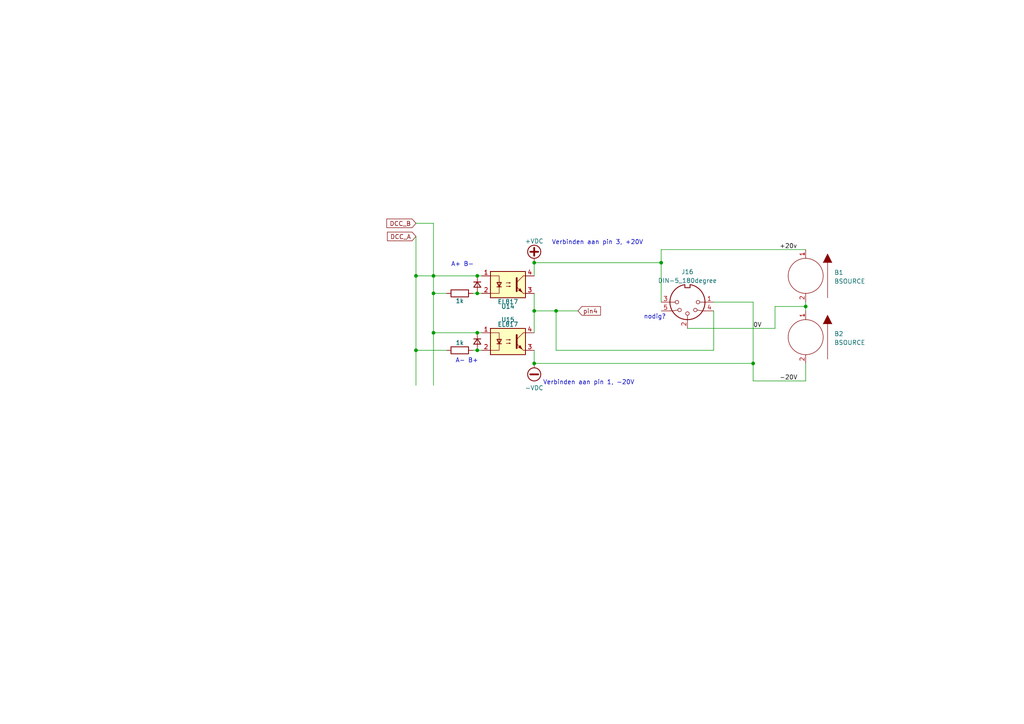
<source format=kicad_sch>
(kicad_sch (version 20230121) (generator eeschema)
  (paper "A4")
  (lib_symbols
    (symbol "Connector:DIN-5_180degree" (pin_names (offset 1.016))
      (property "Reference" "J" (at 3.175 5.715 0))
      (property "Value" "DIN-5_180degree" (at 0 -6.35 0))
      (symbol "DIN-5_180degree_0_1"
        (arc (start -5.08 0) (mid -3.8609 -3.3364) (end -0.762 -5.08) (stroke (width 0.254)))
        (circle (center -3.048 0) (radius 0.508))
        (circle (center -2.286 2.286) (radius 0.508))
        (polyline (pts (xy -5.08 0) (xy -3.556 0)))
        (polyline (pts (xy 0 5.08) (xy 0 3.81)))
        (polyline (pts (xy 5.08 0) (xy 3.556 0)))
        (polyline (pts (xy -5.08 2.54) (xy -4.318 2.54) (xy -2.794 2.286)))
        (polyline (pts (xy 5.08 2.54) (xy 4.318 2.54) (xy 2.794 2.286)))
        (polyline (pts (xy -0.762 -4.953) (xy -0.762 -4.191) (xy 0.762 -4.191) (xy 0.762 -4.953)) (stroke (width 0.254)))
        (circle (center 0 3.302) (radius 0.508))
        (arc (start 0.762 -5.08) (mid 3.8685 -3.343) (end 5.08 0) (stroke (width 0.254)))
        (circle (center 2.286 2.286) (radius 0.508))
        (circle (center 3.048 0) (radius 0.508))
        (arc (start 5.08 0) (mid 0 5.0579) (end -5.08 0) (stroke (width 0.254)))
      )
      (symbol "DIN-5_180degree_1_1"
        (pin passive line (at -7.62 0 0) (length 2.54) (name "~") (number "1"))
        (pin passive line (at 0 7.62 270) (length 2.54) (name "~") (number "2"))
        (pin passive line (at 7.62 0 180) (length 2.54) (name "~") (number "3"))
        (pin passive line (at -7.62 2.54 0) (length 2.54) (name "~") (number "4"))
        (pin passive line (at 7.62 2.54 180) (length 2.54) (name "~") (number "5"))
      )
    )
    (symbol "Device:D_Small" (pin_numbers hide) (pin_names (offset 0.254) hide)
      (property "Reference" "D" (at -1.27 2.032 0))
      (property "Value" "D_Small" (at -3.81 -2.032 0))
      (symbol "D_Small_0_1"
        (polyline (pts (xy -0.762 -1.016) (xy -0.762 1.016)) (stroke (width 0.254)))
        (polyline (pts (xy -0.762 0) (xy 0.762 0)))
        (polyline (pts (xy 0.762 -1.016) (xy -0.762 0) (xy 0.762 1.016) (xy 0.762 -1.016)) (stroke (width 0.254)))
      )
      (symbol "D_Small_1_1"
        (pin passive line (at -2.54 0 0) (length 1.778) (name "K") (number "1"))
        (pin passive line (at 2.54 0 180) (length 1.778) (name "A") (number "2"))
      )
    )
    (symbol "Device:R" (pin_numbers hide) (pin_names (offset 0))
      (property "Reference" "R" (at 2.032 0 90))
      (property "Value" "R" (at 0 0 90))
      (symbol "R_0_1"
        (rectangle (start -1.016 -2.54) (end 1.016 2.54) (stroke (width 0.254)))
      )
      (symbol "R_1_1"
        (pin passive line (at 0 3.81 270) (length 1.27) (name "~") (number "1"))
        (pin passive line (at 0 -3.81 90) (length 1.27) (name "~") (number "2"))
      )
    )
    (symbol "Isolator:EL817" (pin_names (offset 1.016))
      (property "Reference" "U" (at -5.08 5.08 0))
      (property "Value" "EL817" (at 0 5.08 0))
      (symbol "EL817_0_1"
        (rectangle (start -5.08 3.81) (end 5.08 -3.81) (stroke (width 0.254)) (fill (type background)))
        (polyline (pts (xy -3.175 -0.635) (xy -1.905 -0.635)) (stroke (width 0.254)))
        (polyline (pts (xy 2.54 0.635) (xy 4.445 2.54)))
        (polyline (pts (xy 4.445 -2.54) (xy 2.54 -0.635)) (fill (type outline)))
        (polyline (pts (xy 4.445 -2.54) (xy 5.08 -2.54)))
        (polyline (pts (xy 4.445 2.54) (xy 5.08 2.54)))
        (polyline (pts (xy -5.08 2.54) (xy -2.54 2.54) (xy -2.54 -0.635)))
        (polyline (pts (xy -2.54 -0.635) (xy -2.54 -2.54) (xy -5.08 -2.54)))
        (polyline (pts (xy 2.54 1.905) (xy 2.54 -1.905) (xy 2.54 -1.905)) (stroke (width 0.508)))
        (polyline (pts (xy -2.54 -0.635) (xy -3.175 0.635) (xy -1.905 0.635) (xy -2.54 -0.635)) (stroke (width 0.254)))
        (polyline (pts (xy -0.508 -0.508) (xy 0.762 -0.508) (xy 0.381 -0.635) (xy 0.381 -0.381) (xy 0.762 -0.508)))
        (polyline (pts (xy -0.508 0.508) (xy 0.762 0.508) (xy 0.381 0.381) (xy 0.381 0.635) (xy 0.762 0.508)))
        (polyline (pts (xy 3.048 -1.651) (xy 3.556 -1.143) (xy 4.064 -2.159) (xy 3.048 -1.651) (xy 3.048 -1.651)) (fill (type outline)))
      )
      (symbol "EL817_1_1"
        (pin passive line (at -7.62 2.54 0) (length 2.54) (name "~") (number "1"))
        (pin passive line (at -7.62 -2.54 0) (length 2.54) (name "~") (number "2"))
        (pin passive line (at 7.62 -2.54 180) (length 2.54) (name "~") (number "3"))
        (pin passive line (at 7.62 2.54 180) (length 2.54) (name "~") (number "4"))
      )
    )
    (symbol "power:+VDC" (power) (pin_names (offset 0))
      (property "Value" "+VDC" (at 0 6.35 0))
      (symbol "+VDC_0_1"
        (polyline (pts (xy -1.143 3.175) (xy 1.143 3.175)) (stroke (width 0.508)))
        (polyline (pts (xy 0 0) (xy 0 1.27)))
        (polyline (pts (xy 0 2.032) (xy 0 4.318)) (stroke (width 0.508)))
        (circle (center 0 3.175) (radius 1.905) (stroke (width 0.254)))
      )
      (symbol "+VDC_1_1"
        (pin power_in line (at 0 0 90) (length 0) hide (name "+VDC") (number "1"))
      )
    )
    (symbol "power:-VDC" (power) (pin_names (offset 0))
      (property "Value" "-VDC" (at 0 6.35 0))
      (symbol "-VDC_0_1"
        (polyline (pts (xy -1.143 3.175) (xy 1.143 3.175)) (stroke (width 0.508)))
        (polyline (pts (xy 0 0) (xy 0 1.27)))
        (circle (center 0 3.175) (radius 1.905) (stroke (width 0.254)))
      )
      (symbol "-VDC_1_1"
        (pin power_in line (at 0 0 90) (length 0) hide (name "-VDC") (number "1"))
      )
    )
    (symbol "pspice:BSOURCE" (pin_names (offset 1.016) hide)
      (property "Reference" "B" (at -6.35 7.62 0))
      (property "Value" "BSOURCE" (at 0 0 0))
      (symbol "BSOURCE_1_1"
        (polyline (pts (xy -6.35 -6.35) (xy -6.35 3.81)) (fill (type outline)))
        (polyline (pts (xy 0.254 6.35) (xy 0.762 6.35)))
        (polyline (pts (xy 0.508 6.604) (xy 0.508 6.096)))
        (polyline (pts (xy -7.62 3.81) (xy -6.35 6.35) (xy -5.08 3.81)) (fill (type outline)))
        (circle (center 0 0) (radius 5.08))
        (pin input line (at 0 7.62 270) (length 2.54) (name "N+") (number "1"))
        (pin input line (at 0 -7.62 90) (length 2.54) (name "N-") (number "2"))
      )
    )
  )
  (junction (at 120.65 101.6))
  (junction (at 154.94 90.17))
  (junction (at 191.77 76.2))
  (junction (at 138.43 96.52))
  (junction (at 120.65 80.01))
  (junction (at 154.94 76.2))
  (junction (at 138.43 80.01))
  (junction (at 125.73 80.01))
  (junction (at 125.73 96.52))
  (junction (at 233.68 88.9))
  (junction (at 138.43 101.6))
  (junction (at 161.29 90.17))
  (junction (at 154.94 105.41))
  (junction (at 125.73 85.09))
  (junction (at 218.44 105.41))
  (junction (at 138.43 85.09))
  (wire (pts (xy 154.94 85.09) (xy 154.94 90.17)))
  (wire (pts (xy 125.73 64.77) (xy 125.73 80.01)))
  (wire (pts (xy 137.16 101.6) (xy 138.43 101.6)))
  (wire (pts (xy 154.94 76.2) (xy 191.77 76.2)))
  (wire (pts (xy 207.01 101.6) (xy 207.01 90.17)))
  (wire (pts (xy 161.29 90.17) (xy 161.29 101.6)))
  (wire (pts (xy 233.68 90.17) (xy 233.68 88.9)))
  (wire (pts (xy 125.73 85.09) (xy 125.73 96.52)))
  (wire (pts (xy 138.43 96.52) (xy 139.7 96.52)))
  (wire (pts (xy 120.65 80.01) (xy 125.73 80.01)))
  (wire (pts (xy 199.39 95.25) (xy 224.79 95.25)))
  (wire (pts (xy 218.44 105.41) (xy 218.44 110.49)))
  (wire (pts (xy 125.73 85.09) (xy 129.54 85.09)))
  (wire (pts (xy 125.73 96.52) (xy 125.73 111.76)))
  (wire (pts (xy 154.94 105.41) (xy 218.44 105.41)))
  (wire (pts (xy 120.65 68.58) (xy 120.65 80.01)))
  (wire (pts (xy 191.77 72.39) (xy 233.68 72.39)))
  (wire (pts (xy 120.65 64.77) (xy 125.73 64.77)))
  (wire (pts (xy 120.65 101.6) (xy 120.65 111.76)))
  (wire (pts (xy 191.77 72.39) (xy 191.77 76.2)))
  (wire (pts (xy 138.43 80.01) (xy 139.7 80.01)))
  (wire (pts (xy 154.94 90.17) (xy 154.94 96.52)))
  (wire (pts (xy 224.79 88.9) (xy 233.68 88.9)))
  (wire (pts (xy 125.73 80.01) (xy 138.43 80.01)))
  (wire (pts (xy 154.94 101.6) (xy 154.94 105.41)))
  (wire (pts (xy 138.43 101.6) (xy 139.7 101.6)))
  (wire (pts (xy 224.79 95.25) (xy 224.79 88.9)))
  (wire (pts (xy 233.68 87.63) (xy 233.68 88.9)))
  (wire (pts (xy 120.65 101.6) (xy 129.54 101.6)))
  (wire (pts (xy 233.68 105.41) (xy 233.68 110.49)))
  (wire (pts (xy 120.65 80.01) (xy 120.65 101.6)))
  (wire (pts (xy 161.29 90.17) (xy 167.64 90.17)))
  (wire (pts (xy 138.43 85.09) (xy 139.7 85.09)))
  (wire (pts (xy 137.16 85.09) (xy 138.43 85.09)))
  (wire (pts (xy 191.77 76.2) (xy 191.77 87.63)))
  (wire (pts (xy 218.44 105.41) (xy 218.44 87.63)))
  (wire (pts (xy 125.73 96.52) (xy 138.43 96.52)))
  (wire (pts (xy 233.68 110.49) (xy 218.44 110.49)))
  (wire (pts (xy 218.44 87.63) (xy 207.01 87.63)))
  (wire (pts (xy 161.29 101.6) (xy 207.01 101.6)))
  (wire (pts (xy 154.94 90.17) (xy 161.29 90.17)))
  (wire (pts (xy 125.73 80.01) (xy 125.73 85.09)))
  (wire (pts (xy 154.94 76.2) (xy 154.94 80.01)))
  (text "nodig?" (at 186.69 92.71 0) (effects (font (size 1.27 1.27)) (justify left bottom)))
  (text "A+ B-" (at 130.81 77.47 0) (effects (font (size 1.27 1.27)) (justify left bottom)))
  (text "Verbinden aan pin 1, -20V" (at 157.48 111.76 0) (effects (font (size 1.27 1.27)) (justify left bottom)))
  (text "Verbinden aan pin 3, +20V" (at 160.02 71.12 0) (effects (font (size 1.27 1.27)) (justify left bottom)))
  (text "A- B+" (at 132.08 105.41 0) (effects (font (size 1.27 1.27)) (justify left bottom)))
  (label "0V" (at 218.44 95.25 0))
  (label "+20v" (at 226.06 72.39 0))
  (label "-20V" (at 226.06 110.49 0))
  (global_label "DCC_A" (shape input) (at 120.65 68.58 180) (property "Intersheetrefs" "${INTERSHEET_REFS}" (effects hide)))
  (global_label "pin4" (shape input) (at 167.64 90.17 0) (property "Intersheetrefs" "${INTERSHEET_REFS}" (effects hide)))
  (global_label "DCC_B" (shape input) (at 120.65 64.77 180) (property "Intersheetrefs" "${INTERSHEET_REFS}" (effects hide)))
  (symbol (lib_id "Device:D_Small") (at 138.43 82.55 90) (mirror x) (unit 1)
    (property "Reference" "D26" (effects hide))
    (property "Value" "D_Small" (effects hide))
  )
  (symbol (lib_id "Connector:DIN-5_180degree") (at 199.39 87.63 180) (unit 1)
    (property "Reference" "J16" (at 199.3899 78.8502 0))
    (property "Value" "DIN-5_180degree" (at 199.3899 81.3871 0))
    (property "Datasheet" "http://www.mouser.com/ds/2/18/40_c091_abd_e-75918.pdf" (effects hide))
  )
  (symbol (lib_id "pspice:BSOURCE") (at 233.68 80.01 0) (mirror y) (unit 1)
    (property "Reference" "B1" (at 241.935 79.0483 0) (effects (justify right)))
    (property "Value" "BSOURCE" (at 241.935 81.5852 0) (effects (justify right)))
    (property "Datasheet" "http://ltwiki.org/?title=B_sources_%28complete_reference%29" (effects hide))
  )
  (symbol (lib_id "Isolator:EL817") (at 147.32 82.55 0) (unit 1)
    (property "Reference" "U14" (at 147.32 88.9 0))
    (property "Value" "EL817" (at 147.32 87.5229 0))
    (property "Footprint" "Package_DIP:DIP-4_W7.62mm" (effects hide))
    (property "Datasheet" "http://www.everlight.com/file/ProductFile/EL817.pdf" (effects hide))
  )
  (symbol (lib_id "Isolator:EL817") (at 147.32 99.06 0) (unit 1)
    (property "Reference" "U15" (at 147.32 92.71 0))
    (property "Value" "EL817" (at 147.32 94.0871 0))
    (property "Footprint" "Package_DIP:DIP-4_W7.62mm" (effects hide))
    (property "Datasheet" "http://www.everlight.com/file/ProductFile/EL817.pdf" (effects hide))
  )
  (symbol (lib_id "Device:D_Small") (at 138.43 99.06 270) (unit 1)
    (property "Reference" "D27" (effects hide))
    (property "Value" "D_Small" (effects hide))
  )
  (symbol (lib_id "Device:R") (at 133.35 85.09 90) (mirror x) (unit 1)
    (property "Reference" "R37" (effects hide))
    (property "Value" "1k" (at 133.35 87.2688 90))
  )
  (symbol (lib_id "power:-VDC") (at 154.94 105.41 180) (unit 1)
    (property "Reference" "#PWR052" (effects hide))
    (property "Value" "-VDC" (at 154.94 112.5204 0))
  )
  (symbol (lib_id "pspice:BSOURCE") (at 233.68 97.79 0) (mirror y) (unit 1)
    (property "Reference" "B2" (at 241.935 96.8283 0) (effects (justify right)))
    (property "Value" "BSOURCE" (at 241.935 99.3652 0) (effects (justify right)))
    (property "Datasheet" "http://ltwiki.org/?title=B_sources_%28complete_reference%29" (effects hide))
  )
  (symbol (lib_id "Device:R") (at 133.35 101.6 90) (unit 1)
    (property "Reference" "R38" (effects hide))
    (property "Value" "1k" (at 133.35 99.4212 90))
  )
  (symbol (lib_id "power:+VDC") (at 154.94 76.2 0) (unit 1)
    (property "Reference" "#PWR051" (effects hide))
    (property "Value" "+VDC" (at 154.94 69.9572 0))
  )
)
</source>
